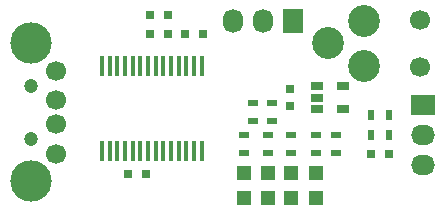
<source format=gts>
G04 #@! TF.FileFunction,Soldermask,Top*
%FSLAX46Y46*%
G04 Gerber Fmt 4.6, Leading zero omitted, Abs format (unit mm)*
G04 Created by KiCad (PCBNEW 4.0.2+dfsg1-stable) date Thu 10 Aug 2017 18:21:03 BST*
%MOMM*%
G01*
G04 APERTURE LIST*
%ADD10C,0.150000*%
%ADD11R,0.800000X0.750000*%
%ADD12R,0.750000X0.800000*%
%ADD13R,1.198880X1.198880*%
%ADD14R,1.727200X2.032000*%
%ADD15O,1.727200X2.032000*%
%ADD16R,0.500000X0.900000*%
%ADD17R,0.450000X1.750000*%
%ADD18R,1.060000X0.650000*%
%ADD19R,2.032000X1.727200*%
%ADD20O,2.032000X1.727200*%
%ADD21R,0.900000X0.500000*%
%ADD22C,1.700000*%
%ADD23C,3.500000*%
%ADD24C,1.200000*%
%ADD25C,2.700000*%
G04 APERTURE END LIST*
D10*
D11*
X165350000Y-82700000D03*
X163850000Y-82700000D03*
X162350000Y-82700000D03*
X160850000Y-82700000D03*
D12*
X172700000Y-87350000D03*
X172700000Y-88850000D03*
D11*
X181100000Y-92900000D03*
X179600000Y-92900000D03*
D13*
X168800000Y-94500000D03*
X168800000Y-96598040D03*
X170800000Y-94500000D03*
X170800000Y-96598040D03*
X172800000Y-94500000D03*
X172800000Y-96598040D03*
D14*
X172940000Y-81600000D03*
D15*
X170400000Y-81600000D03*
X167860000Y-81600000D03*
D16*
X181100000Y-91300000D03*
X179600000Y-91300000D03*
X179600000Y-89600000D03*
X181100000Y-89600000D03*
D17*
X156775000Y-92600000D03*
X157425000Y-92600000D03*
X158075000Y-92600000D03*
X158725000Y-92600000D03*
X159375000Y-92600000D03*
X160025000Y-92600000D03*
X160675000Y-92600000D03*
X161325000Y-92600000D03*
X161975000Y-92600000D03*
X162625000Y-92600000D03*
X163275000Y-92600000D03*
X163925000Y-92600000D03*
X164575000Y-92600000D03*
X165225000Y-92600000D03*
X165225000Y-85400000D03*
X164575000Y-85400000D03*
X163925000Y-85400000D03*
X163275000Y-85400000D03*
X162625000Y-85400000D03*
X161975000Y-85400000D03*
X161325000Y-85400000D03*
X160675000Y-85400000D03*
X160025000Y-85400000D03*
X159375000Y-85400000D03*
X158725000Y-85400000D03*
X158075000Y-85400000D03*
X157425000Y-85400000D03*
X156775000Y-85400000D03*
D18*
X175000000Y-87150000D03*
X175000000Y-88100000D03*
X175000000Y-89050000D03*
X177200000Y-89050000D03*
X177200000Y-87150000D03*
D19*
X184000000Y-88760000D03*
D20*
X184000000Y-91300000D03*
X184000000Y-93840000D03*
D13*
X174900000Y-94501960D03*
X174900000Y-96600000D03*
D11*
X159000000Y-94600000D03*
X160500000Y-94600000D03*
X162350000Y-81100000D03*
X160850000Y-81100000D03*
D21*
X171150000Y-88600000D03*
X171150000Y-90100000D03*
X169550000Y-88600000D03*
X169550000Y-90100000D03*
X168800000Y-91300000D03*
X168800000Y-92800000D03*
X170800000Y-91300000D03*
X170800000Y-92800000D03*
X172800000Y-91300000D03*
X172800000Y-92800000D03*
X174900000Y-91300000D03*
X174900000Y-92800000D03*
X176600000Y-91300000D03*
X176600000Y-92800000D03*
D22*
X152900000Y-88350000D03*
X152900000Y-90350000D03*
X152900000Y-92850000D03*
X152900000Y-85850000D03*
D23*
X150800000Y-83500000D03*
X150800000Y-95200000D03*
D24*
X150800000Y-87100000D03*
X150800000Y-91600000D03*
D25*
X178950000Y-81600000D03*
X178950000Y-85400000D03*
X175950000Y-83500000D03*
D22*
X183700000Y-81500000D03*
X183700000Y-85500000D03*
M02*

</source>
